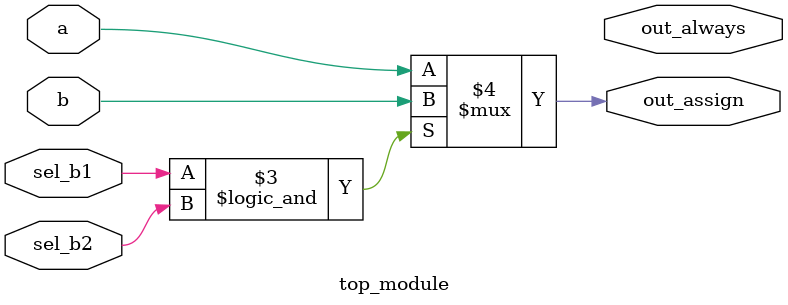
<source format=v>
module top_module(
    input a,
    input b,
    input sel_b1,
    input sel_b2,
    output wire out_assign,
    output reg out_always   ); 
	
    assign out_assign= (sel_b1==1'b1 && sel_b2==1'b1)? b:a;
    
    
endmodule

</source>
